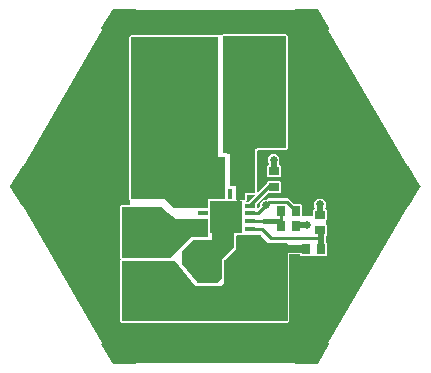
<source format=gbr>
G04 EAGLE Gerber RS-274X export*
G75*
%MOMM*%
%FSLAX34Y34*%
%LPD*%
%INTop Copper*%
%IPPOS*%
%AMOC8*
5,1,8,0,0,1.08239X$1,22.5*%
G01*
%ADD10C,1.000000*%
%ADD11R,1.100000X1.000000*%
%ADD12C,2.600000*%
%ADD13R,2.600000X2.600000*%
%ADD14R,1.900000X3.400000*%
%ADD15R,0.850000X0.350000*%
%ADD16R,0.350000X0.850000*%
%ADD17R,2.700000X2.700000*%
%ADD18R,1.700000X2.000000*%
%ADD19R,1.600000X2.700000*%
%ADD20R,0.900000X0.700000*%
%ADD21R,0.700000X0.900000*%
%ADD22C,0.660400*%
%ADD23C,0.508000*%
%ADD24C,0.381000*%
%ADD25C,0.254000*%
%ADD26C,0.635000*%
%ADD27C,0.304800*%

G36*
X278630Y195708D02*
X278630Y195708D01*
X278658Y195706D01*
X278726Y195728D01*
X278797Y195742D01*
X278820Y195758D01*
X278847Y195767D01*
X278902Y195814D01*
X278961Y195855D01*
X278976Y195879D01*
X278998Y195897D01*
X279029Y195962D01*
X279068Y196022D01*
X279073Y196050D01*
X279085Y196076D01*
X279094Y196177D01*
X279101Y196219D01*
X279099Y196229D01*
X279100Y196242D01*
X279043Y196957D01*
X413361Y196957D01*
X413304Y196242D01*
X413308Y196213D01*
X413303Y196185D01*
X413320Y196116D01*
X413328Y196044D01*
X413343Y196020D01*
X413349Y195992D01*
X413392Y195934D01*
X413428Y195872D01*
X413450Y195855D01*
X413467Y195832D01*
X413529Y195795D01*
X413586Y195752D01*
X413614Y195745D01*
X413638Y195730D01*
X413738Y195714D01*
X413779Y195703D01*
X413789Y195705D01*
X413802Y195703D01*
X432802Y195703D01*
X432878Y195718D01*
X432956Y195727D01*
X432975Y195738D01*
X432997Y195742D01*
X433061Y195786D01*
X433129Y195825D01*
X433145Y195844D01*
X433161Y195855D01*
X433185Y195893D01*
X433235Y195953D01*
X442735Y212453D01*
X442744Y212480D01*
X442760Y212504D01*
X442775Y212574D01*
X442798Y212642D01*
X442795Y212670D01*
X442801Y212698D01*
X442788Y212769D01*
X442782Y212840D01*
X442769Y212865D01*
X442763Y212893D01*
X442723Y212953D01*
X442690Y213016D01*
X442668Y213034D01*
X442652Y213058D01*
X442569Y213116D01*
X442537Y213143D01*
X442526Y213146D01*
X442516Y213153D01*
X441888Y213450D01*
X509010Y329711D01*
X509618Y329291D01*
X509645Y329280D01*
X509667Y329261D01*
X509736Y329241D01*
X509801Y329213D01*
X509830Y329213D01*
X509858Y329205D01*
X509929Y329213D01*
X510000Y329213D01*
X510027Y329224D01*
X510056Y329227D01*
X510118Y329262D01*
X510183Y329290D01*
X510204Y329310D01*
X510229Y329325D01*
X510292Y329402D01*
X510322Y329432D01*
X510326Y329442D01*
X510335Y329453D01*
X519835Y345953D01*
X519845Y345985D01*
X519854Y345998D01*
X519858Y346022D01*
X519859Y346026D01*
X519890Y346096D01*
X519890Y346120D01*
X519898Y346142D01*
X519892Y346218D01*
X519893Y346295D01*
X519883Y346319D01*
X519882Y346340D01*
X519861Y346379D01*
X519835Y346451D01*
X510335Y362951D01*
X510316Y362973D01*
X510303Y362999D01*
X510250Y363047D01*
X510203Y363100D01*
X510177Y363113D01*
X510156Y363132D01*
X510088Y363155D01*
X510024Y363186D01*
X509995Y363188D01*
X509968Y363197D01*
X509896Y363192D01*
X509825Y363195D01*
X509798Y363185D01*
X509769Y363183D01*
X509679Y363141D01*
X509639Y363126D01*
X509631Y363119D01*
X509618Y363113D01*
X509010Y362693D01*
X441888Y478954D01*
X442516Y479251D01*
X442538Y479268D01*
X442565Y479278D01*
X442617Y479327D01*
X442675Y479370D01*
X442689Y479395D01*
X442710Y479414D01*
X442739Y479480D01*
X442775Y479542D01*
X442778Y479570D01*
X442790Y479596D01*
X442791Y479668D01*
X442800Y479739D01*
X442792Y479766D01*
X442793Y479795D01*
X442757Y479890D01*
X442746Y479930D01*
X442739Y479939D01*
X442735Y479951D01*
X433235Y496451D01*
X433183Y496510D01*
X433137Y496572D01*
X433118Y496583D01*
X433103Y496600D01*
X433033Y496634D01*
X432966Y496674D01*
X432942Y496678D01*
X432924Y496686D01*
X432879Y496688D01*
X432802Y496701D01*
X413802Y496701D01*
X413774Y496696D01*
X413746Y496698D01*
X413678Y496676D01*
X413607Y496662D01*
X413584Y496646D01*
X413557Y496637D01*
X413502Y496590D01*
X413443Y496549D01*
X413428Y496525D01*
X413407Y496507D01*
X413375Y496442D01*
X413336Y496382D01*
X413331Y496354D01*
X413319Y496328D01*
X413310Y496227D01*
X413303Y496185D01*
X413305Y496175D01*
X413304Y496162D01*
X413361Y495447D01*
X279043Y495447D01*
X279100Y496162D01*
X279096Y496191D01*
X279101Y496219D01*
X279084Y496288D01*
X279076Y496360D01*
X279062Y496384D01*
X279055Y496412D01*
X279012Y496470D01*
X278977Y496532D01*
X278954Y496549D01*
X278937Y496572D01*
X278875Y496609D01*
X278818Y496652D01*
X278790Y496659D01*
X278766Y496674D01*
X278666Y496690D01*
X278625Y496701D01*
X278615Y496699D01*
X278602Y496701D01*
X259602Y496701D01*
X259526Y496686D01*
X259448Y496677D01*
X259429Y496666D01*
X259407Y496662D01*
X259343Y496618D01*
X259275Y496579D01*
X259259Y496560D01*
X259243Y496549D01*
X259219Y496511D01*
X259169Y496451D01*
X249669Y479951D01*
X249660Y479924D01*
X249644Y479900D01*
X249629Y479830D01*
X249606Y479762D01*
X249609Y479734D01*
X249603Y479706D01*
X249617Y479636D01*
X249622Y479564D01*
X249635Y479539D01*
X249641Y479511D01*
X249681Y479451D01*
X249714Y479388D01*
X249736Y479370D01*
X249752Y479346D01*
X249835Y479288D01*
X249867Y479261D01*
X249878Y479258D01*
X249889Y479251D01*
X250516Y478954D01*
X183394Y362693D01*
X182786Y363113D01*
X182759Y363124D01*
X182737Y363143D01*
X182668Y363163D01*
X182603Y363191D01*
X182574Y363191D01*
X182546Y363199D01*
X182475Y363191D01*
X182404Y363192D01*
X182377Y363180D01*
X182348Y363177D01*
X182286Y363142D01*
X182221Y363114D01*
X182200Y363094D01*
X182175Y363079D01*
X182112Y363002D01*
X182082Y362972D01*
X182078Y362962D01*
X182069Y362951D01*
X172569Y346451D01*
X172545Y346378D01*
X172514Y346308D01*
X172514Y346284D01*
X172506Y346262D01*
X172513Y346186D01*
X172512Y346109D01*
X172521Y346085D01*
X172522Y346064D01*
X172543Y346025D01*
X172562Y345973D01*
X172563Y345967D01*
X172565Y345965D01*
X172569Y345953D01*
X182069Y329453D01*
X182088Y329431D01*
X182101Y329405D01*
X182154Y329357D01*
X182201Y329304D01*
X182227Y329291D01*
X182249Y329272D01*
X182316Y329249D01*
X182380Y329218D01*
X182409Y329217D01*
X182436Y329207D01*
X182508Y329212D01*
X182579Y329209D01*
X182606Y329219D01*
X182635Y329221D01*
X182725Y329263D01*
X182765Y329278D01*
X182773Y329285D01*
X182786Y329291D01*
X183394Y329711D01*
X250516Y213450D01*
X249889Y213153D01*
X249866Y213136D01*
X249839Y213126D01*
X249787Y213077D01*
X249729Y213034D01*
X249715Y213009D01*
X249694Y212990D01*
X249665Y212924D01*
X249629Y212862D01*
X249626Y212834D01*
X249614Y212808D01*
X249613Y212736D01*
X249604Y212665D01*
X249612Y212638D01*
X249612Y212609D01*
X249647Y212514D01*
X249658Y212474D01*
X249665Y212465D01*
X249669Y212453D01*
X259169Y195953D01*
X259221Y195895D01*
X259267Y195832D01*
X259286Y195821D01*
X259301Y195804D01*
X259371Y195770D01*
X259438Y195730D01*
X259463Y195726D01*
X259480Y195718D01*
X259525Y195716D01*
X259602Y195703D01*
X278602Y195703D01*
X278630Y195708D01*
G37*
%LPC*%
G36*
X267224Y230504D02*
X267224Y230504D01*
X265810Y231918D01*
X265810Y283448D01*
X266580Y284218D01*
X266581Y284233D01*
X266580Y284233D01*
X266580Y284234D01*
X265302Y285512D01*
X265302Y329168D01*
X266716Y330582D01*
X273672Y330582D01*
X273684Y330592D01*
X273683Y330593D01*
X273684Y330594D01*
X273684Y334273D01*
X274059Y334648D01*
X274060Y334649D01*
X274060Y334653D01*
X274062Y334654D01*
X274064Y334656D01*
X274061Y334660D01*
X274061Y334665D01*
X274060Y334665D01*
X274060Y334666D01*
X273430Y335296D01*
X273430Y472932D01*
X274844Y474346D01*
X348472Y474346D01*
X348721Y474097D01*
X348737Y474096D01*
X348737Y474097D01*
X348738Y474097D01*
X348987Y474346D01*
X352055Y474346D01*
X352059Y474349D01*
X352064Y474349D01*
X352568Y474854D01*
X406384Y474854D01*
X407798Y473440D01*
X407798Y378476D01*
X406384Y377062D01*
X382369Y377062D01*
X382365Y377059D01*
X382361Y377059D01*
X381385Y376083D01*
X381385Y376078D01*
X381382Y376075D01*
X381382Y340376D01*
X379968Y338962D01*
X372758Y338962D01*
X372746Y338952D01*
X372747Y338951D01*
X372746Y338950D01*
X372746Y334788D01*
X371332Y333374D01*
X370537Y333374D01*
X370525Y333364D01*
X370526Y333363D01*
X370525Y333362D01*
X370525Y333037D01*
X370535Y333025D01*
X370536Y333026D01*
X370537Y333025D01*
X374208Y333025D01*
X374212Y333028D01*
X374217Y333028D01*
X388290Y347101D01*
X389678Y348489D01*
X389678Y348495D01*
X389681Y348498D01*
X389681Y349974D01*
X390574Y350867D01*
X400838Y350867D01*
X401731Y349974D01*
X401731Y341710D01*
X400838Y340817D01*
X390634Y340817D01*
X390629Y340814D01*
X390625Y340814D01*
X381028Y331217D01*
X381028Y331211D01*
X381025Y331208D01*
X381025Y327368D01*
X380165Y326508D01*
X380164Y326505D01*
X380164Y326504D01*
X380164Y326503D01*
X380164Y326493D01*
X380165Y326493D01*
X380165Y326492D01*
X380608Y326048D01*
X380614Y326048D01*
X380616Y326045D01*
X380761Y326045D01*
X380766Y326048D01*
X380770Y326048D01*
X384298Y329576D01*
X384298Y329580D01*
X384299Y329581D01*
X384298Y329582D01*
X384301Y329585D01*
X384301Y332199D01*
X387129Y335027D01*
X389743Y335027D01*
X389748Y335030D01*
X389752Y335030D01*
X390764Y336043D01*
X407812Y336043D01*
X410429Y333425D01*
X410435Y333425D01*
X410437Y333422D01*
X410484Y333420D01*
X411245Y332609D01*
X411246Y332609D01*
X412033Y331822D01*
X412033Y331774D01*
X412036Y331770D01*
X412036Y331766D01*
X412495Y331276D01*
X412501Y331276D01*
X412504Y331273D01*
X418450Y331273D01*
X419343Y330380D01*
X419343Y320688D01*
X419353Y320676D01*
X419354Y320677D01*
X419355Y320676D01*
X428545Y320676D01*
X428557Y320686D01*
X428557Y320687D01*
X428557Y320688D01*
X428557Y326398D01*
X429450Y327291D01*
X430517Y327291D01*
X430529Y327301D01*
X430528Y327302D01*
X430529Y327303D01*
X430529Y328196D01*
X430526Y328200D01*
X430526Y328204D01*
X429767Y328963D01*
X429767Y332961D01*
X432595Y335789D01*
X436593Y335789D01*
X439421Y332961D01*
X439421Y328963D01*
X438662Y328204D01*
X438662Y328200D01*
X438661Y328199D01*
X438661Y328198D01*
X438659Y328196D01*
X438659Y327303D01*
X438669Y327291D01*
X438670Y327292D01*
X438671Y327291D01*
X439714Y327291D01*
X440607Y326398D01*
X440607Y318134D01*
X440059Y317587D01*
X440059Y317581D01*
X440056Y317578D01*
X440056Y313954D01*
X440059Y313949D01*
X440059Y313945D01*
X440607Y313398D01*
X440607Y305134D01*
X440038Y304566D01*
X440038Y304560D01*
X440035Y304557D01*
X440035Y299361D01*
X440045Y299349D01*
X440046Y299350D01*
X440047Y299349D01*
X440102Y299349D01*
X440995Y298456D01*
X440995Y288192D01*
X440102Y287299D01*
X431838Y287299D01*
X431487Y287651D01*
X431481Y287651D01*
X431478Y287654D01*
X427462Y287654D01*
X427457Y287651D01*
X427453Y287651D01*
X427102Y287299D01*
X418838Y287299D01*
X417945Y288192D01*
X417945Y288612D01*
X417935Y288624D01*
X417934Y288623D01*
X417933Y288624D01*
X408826Y288624D01*
X408814Y288614D01*
X408815Y288613D01*
X408814Y288612D01*
X408814Y231918D01*
X407400Y230504D01*
X267224Y230504D01*
G37*
%LPD*%
G36*
X339192Y327803D02*
X339192Y327803D01*
X339294Y327811D01*
X339322Y327823D01*
X339353Y327828D01*
X339445Y327872D01*
X339541Y327910D01*
X339564Y327930D01*
X339592Y327943D01*
X339667Y328013D01*
X339747Y328078D01*
X339764Y328104D01*
X339786Y328125D01*
X339837Y328214D01*
X339894Y328299D01*
X339900Y328323D01*
X339918Y328355D01*
X339976Y328615D01*
X339973Y328653D01*
X339978Y328676D01*
X339978Y335408D01*
X353314Y335408D01*
X353335Y335411D01*
X353356Y335409D01*
X353466Y335431D01*
X353577Y335448D01*
X353596Y335457D01*
X353616Y335461D01*
X353655Y335485D01*
X353816Y335563D01*
X353899Y335640D01*
X353942Y335668D01*
X354450Y336176D01*
X354463Y336193D01*
X354479Y336206D01*
X354541Y336300D01*
X354608Y336390D01*
X354615Y336410D01*
X354626Y336427D01*
X354636Y336472D01*
X354695Y336641D01*
X354699Y336754D01*
X354710Y336804D01*
X354710Y369824D01*
X354695Y369926D01*
X354687Y370028D01*
X354675Y370056D01*
X354670Y370087D01*
X354626Y370179D01*
X354588Y370275D01*
X354568Y370298D01*
X354555Y370326D01*
X354485Y370401D01*
X354420Y370481D01*
X354394Y370498D01*
X354373Y370520D01*
X354284Y370571D01*
X354199Y370628D01*
X354175Y370634D01*
X354143Y370652D01*
X353883Y370710D01*
X353845Y370707D01*
X353822Y370712D01*
X348360Y370712D01*
X348360Y471932D01*
X348345Y472034D01*
X348337Y472136D01*
X348325Y472164D01*
X348320Y472195D01*
X348276Y472287D01*
X348238Y472383D01*
X348218Y472406D01*
X348205Y472434D01*
X348135Y472509D01*
X348070Y472589D01*
X348044Y472606D01*
X348023Y472628D01*
X347934Y472679D01*
X347849Y472736D01*
X347825Y472742D01*
X347793Y472760D01*
X347533Y472818D01*
X347495Y472815D01*
X347472Y472820D01*
X275844Y472820D01*
X275742Y472805D01*
X275640Y472797D01*
X275612Y472785D01*
X275581Y472780D01*
X275489Y472736D01*
X275393Y472698D01*
X275370Y472678D01*
X275342Y472665D01*
X275267Y472595D01*
X275187Y472530D01*
X275170Y472504D01*
X275148Y472483D01*
X275097Y472394D01*
X275040Y472309D01*
X275034Y472285D01*
X275016Y472253D01*
X274958Y471993D01*
X274961Y471955D01*
X274956Y471932D01*
X274956Y336296D01*
X274971Y336194D01*
X274979Y336092D01*
X274991Y336064D01*
X274996Y336033D01*
X275040Y335941D01*
X275078Y335845D01*
X275098Y335822D01*
X275111Y335794D01*
X275181Y335719D01*
X275246Y335639D01*
X275272Y335622D01*
X275293Y335600D01*
X275382Y335549D01*
X275467Y335492D01*
X275491Y335486D01*
X275523Y335468D01*
X275783Y335410D01*
X275821Y335413D01*
X275844Y335408D01*
X303179Y335408D01*
X311051Y328028D01*
X311056Y328024D01*
X311060Y328019D01*
X311167Y327948D01*
X311269Y327877D01*
X311276Y327875D01*
X311281Y327872D01*
X311303Y327867D01*
X311523Y327798D01*
X311613Y327798D01*
X311658Y327788D01*
X339090Y327788D01*
X339192Y327803D01*
G37*
G36*
X406502Y232045D02*
X406502Y232045D01*
X406604Y232053D01*
X406632Y232065D01*
X406663Y232070D01*
X406755Y232114D01*
X406851Y232152D01*
X406874Y232172D01*
X406902Y232185D01*
X406977Y232255D01*
X407057Y232320D01*
X407074Y232346D01*
X407096Y232367D01*
X407147Y232456D01*
X407204Y232541D01*
X407210Y232565D01*
X407228Y232597D01*
X407286Y232857D01*
X407283Y232895D01*
X407288Y232918D01*
X407288Y297180D01*
X407273Y297282D01*
X407265Y297384D01*
X407253Y297412D01*
X407248Y297443D01*
X407204Y297535D01*
X407166Y297631D01*
X407146Y297654D01*
X407133Y297682D01*
X407063Y297757D01*
X406998Y297837D01*
X406972Y297854D01*
X406951Y297876D01*
X406862Y297927D01*
X406777Y297984D01*
X406753Y297990D01*
X406721Y298008D01*
X406461Y298066D01*
X406423Y298063D01*
X406400Y298068D01*
X391020Y298068D01*
X384676Y304412D01*
X384659Y304425D01*
X384646Y304441D01*
X384552Y304503D01*
X384462Y304570D01*
X384442Y304577D01*
X384425Y304588D01*
X384380Y304598D01*
X384211Y304657D01*
X384098Y304661D01*
X384048Y304672D01*
X364490Y304672D01*
X364388Y304657D01*
X364286Y304649D01*
X364258Y304637D01*
X364227Y304632D01*
X364135Y304588D01*
X364039Y304550D01*
X364016Y304530D01*
X363988Y304517D01*
X363913Y304447D01*
X363833Y304382D01*
X363816Y304356D01*
X363794Y304335D01*
X363743Y304246D01*
X363686Y304161D01*
X363680Y304137D01*
X363662Y304105D01*
X363604Y303845D01*
X363607Y303807D01*
X363602Y303784D01*
X363602Y292496D01*
X353991Y283871D01*
X353962Y283836D01*
X353927Y283808D01*
X353878Y283734D01*
X353822Y283666D01*
X353805Y283624D01*
X353780Y283587D01*
X353768Y283535D01*
X353721Y283420D01*
X353707Y283259D01*
X353696Y283210D01*
X353696Y264782D01*
X351168Y262254D01*
X328589Y262254D01*
X311583Y283011D01*
X311535Y283054D01*
X311494Y283105D01*
X311437Y283143D01*
X311386Y283189D01*
X311327Y283216D01*
X311273Y283252D01*
X311227Y283263D01*
X311145Y283301D01*
X310920Y283331D01*
X310896Y283336D01*
X268224Y283336D01*
X268122Y283321D01*
X268020Y283313D01*
X267992Y283301D01*
X267961Y283296D01*
X267869Y283252D01*
X267773Y283214D01*
X267750Y283194D01*
X267722Y283181D01*
X267647Y283111D01*
X267567Y283046D01*
X267550Y283020D01*
X267528Y282999D01*
X267477Y282910D01*
X267420Y282825D01*
X267414Y282801D01*
X267396Y282769D01*
X267338Y282509D01*
X267341Y282471D01*
X267336Y282448D01*
X267336Y232918D01*
X267351Y232816D01*
X267359Y232714D01*
X267371Y232686D01*
X267376Y232655D01*
X267420Y232563D01*
X267458Y232467D01*
X267478Y232444D01*
X267491Y232416D01*
X267561Y232341D01*
X267626Y232261D01*
X267652Y232244D01*
X267673Y232222D01*
X267762Y232171D01*
X267847Y232114D01*
X267871Y232108D01*
X267903Y232090D01*
X268163Y232032D01*
X268201Y232035D01*
X268224Y232030D01*
X406400Y232030D01*
X406502Y232045D01*
G37*
G36*
X370434Y334915D02*
X370434Y334915D01*
X370536Y334923D01*
X370564Y334935D01*
X370595Y334940D01*
X370687Y334984D01*
X370783Y335022D01*
X370806Y335042D01*
X370834Y335055D01*
X370909Y335125D01*
X370989Y335190D01*
X371006Y335216D01*
X371028Y335237D01*
X371079Y335326D01*
X371136Y335411D01*
X371142Y335435D01*
X371160Y335467D01*
X371218Y335727D01*
X371215Y335765D01*
X371220Y335788D01*
X371220Y340488D01*
X378968Y340488D01*
X379070Y340503D01*
X379172Y340511D01*
X379200Y340523D01*
X379231Y340528D01*
X379323Y340572D01*
X379419Y340610D01*
X379442Y340630D01*
X379470Y340643D01*
X379545Y340713D01*
X379625Y340778D01*
X379642Y340804D01*
X379664Y340825D01*
X379715Y340914D01*
X379772Y340999D01*
X379778Y341023D01*
X379796Y341055D01*
X379854Y341315D01*
X379851Y341353D01*
X379856Y341376D01*
X379856Y378588D01*
X405384Y378588D01*
X405486Y378603D01*
X405588Y378611D01*
X405616Y378623D01*
X405647Y378628D01*
X405739Y378672D01*
X405835Y378710D01*
X405858Y378730D01*
X405886Y378743D01*
X405961Y378813D01*
X406041Y378878D01*
X406058Y378904D01*
X406080Y378925D01*
X406131Y379014D01*
X406188Y379099D01*
X406194Y379123D01*
X406212Y379155D01*
X406270Y379415D01*
X406267Y379453D01*
X406272Y379476D01*
X406272Y472440D01*
X406257Y472542D01*
X406249Y472644D01*
X406237Y472672D01*
X406232Y472703D01*
X406188Y472795D01*
X406150Y472891D01*
X406130Y472914D01*
X406117Y472942D01*
X406047Y473017D01*
X405982Y473097D01*
X405956Y473114D01*
X405935Y473136D01*
X405846Y473187D01*
X405761Y473244D01*
X405737Y473250D01*
X405705Y473268D01*
X405445Y473326D01*
X405407Y473323D01*
X405384Y473328D01*
X353568Y473328D01*
X353466Y473313D01*
X353364Y473305D01*
X353336Y473293D01*
X353305Y473288D01*
X353213Y473244D01*
X353117Y473206D01*
X353094Y473186D01*
X353066Y473173D01*
X352991Y473103D01*
X352911Y473038D01*
X352894Y473012D01*
X352872Y472991D01*
X352821Y472902D01*
X352764Y472817D01*
X352758Y472793D01*
X352740Y472761D01*
X352682Y472501D01*
X352685Y472463D01*
X352680Y472440D01*
X352680Y374904D01*
X352695Y374802D01*
X352703Y374700D01*
X352715Y374672D01*
X352720Y374641D01*
X352764Y374549D01*
X352802Y374453D01*
X352822Y374430D01*
X352835Y374402D01*
X352905Y374327D01*
X352970Y374247D01*
X352996Y374230D01*
X353017Y374208D01*
X353106Y374157D01*
X353191Y374100D01*
X353215Y374094D01*
X353247Y374076D01*
X353507Y374018D01*
X353545Y374021D01*
X353568Y374016D01*
X358268Y374016D01*
X358268Y347472D01*
X358283Y347370D01*
X358291Y347268D01*
X358303Y347240D01*
X358308Y347209D01*
X358352Y347117D01*
X358390Y347021D01*
X358410Y346998D01*
X358423Y346970D01*
X358493Y346895D01*
X358558Y346815D01*
X358584Y346798D01*
X358605Y346776D01*
X358694Y346725D01*
X358779Y346668D01*
X358803Y346662D01*
X358835Y346644D01*
X359095Y346586D01*
X359133Y346589D01*
X359156Y346584D01*
X363348Y346584D01*
X363348Y335788D01*
X363363Y335686D01*
X363371Y335584D01*
X363383Y335556D01*
X363388Y335525D01*
X363432Y335433D01*
X363470Y335337D01*
X363490Y335314D01*
X363503Y335286D01*
X363573Y335211D01*
X363638Y335131D01*
X363664Y335114D01*
X363685Y335092D01*
X363774Y335041D01*
X363859Y334984D01*
X363883Y334978D01*
X363915Y334960D01*
X364175Y334902D01*
X364213Y334905D01*
X364236Y334900D01*
X370332Y334900D01*
X370434Y334915D01*
G37*
G36*
X307107Y285627D02*
X307107Y285627D01*
X307128Y285625D01*
X307238Y285647D01*
X307349Y285664D01*
X307368Y285673D01*
X307388Y285677D01*
X307427Y285701D01*
X307588Y285779D01*
X307671Y285856D01*
X307714Y285884D01*
X325234Y303404D01*
X339090Y303404D01*
X339192Y303419D01*
X339294Y303427D01*
X339322Y303439D01*
X339353Y303444D01*
X339445Y303488D01*
X339541Y303526D01*
X339564Y303546D01*
X339592Y303559D01*
X339667Y303629D01*
X339747Y303694D01*
X339764Y303720D01*
X339786Y303741D01*
X339837Y303830D01*
X339894Y303915D01*
X339900Y303939D01*
X339918Y303971D01*
X339976Y304231D01*
X339973Y304269D01*
X339978Y304292D01*
X339978Y318008D01*
X339963Y318110D01*
X339955Y318212D01*
X339943Y318240D01*
X339938Y318271D01*
X339894Y318363D01*
X339856Y318459D01*
X339836Y318482D01*
X339823Y318510D01*
X339753Y318585D01*
X339688Y318665D01*
X339662Y318682D01*
X339641Y318704D01*
X339552Y318755D01*
X339467Y318812D01*
X339443Y318818D01*
X339411Y318836D01*
X339151Y318894D01*
X339113Y318891D01*
X339090Y318896D01*
X313213Y318896D01*
X306352Y323797D01*
X300021Y328862D01*
X299930Y328914D01*
X299843Y328972D01*
X299821Y328977D01*
X299791Y328995D01*
X299532Y329054D01*
X299491Y329051D01*
X299466Y329056D01*
X267716Y329056D01*
X267614Y329041D01*
X267512Y329033D01*
X267484Y329021D01*
X267453Y329016D01*
X267361Y328972D01*
X267265Y328934D01*
X267242Y328914D01*
X267214Y328901D01*
X267139Y328831D01*
X267059Y328766D01*
X267042Y328740D01*
X267020Y328719D01*
X266969Y328630D01*
X266912Y328545D01*
X266906Y328521D01*
X266888Y328489D01*
X266830Y328229D01*
X266833Y328191D01*
X266828Y328168D01*
X266828Y286512D01*
X266843Y286410D01*
X266851Y286308D01*
X266863Y286280D01*
X266868Y286249D01*
X266912Y286157D01*
X266950Y286061D01*
X266970Y286038D01*
X266983Y286010D01*
X267053Y285935D01*
X267118Y285855D01*
X267144Y285838D01*
X267165Y285816D01*
X267254Y285765D01*
X267339Y285708D01*
X267363Y285702D01*
X267395Y285684D01*
X267655Y285626D01*
X267693Y285629D01*
X267716Y285624D01*
X307086Y285624D01*
X307107Y285627D01*
G37*
G36*
X348001Y264545D02*
X348001Y264545D01*
X348022Y264543D01*
X348132Y264565D01*
X348243Y264582D01*
X348262Y264591D01*
X348282Y264595D01*
X348321Y264619D01*
X348482Y264697D01*
X348565Y264774D01*
X348608Y264802D01*
X351148Y267342D01*
X351161Y267359D01*
X351177Y267372D01*
X351239Y267466D01*
X351306Y267556D01*
X351313Y267576D01*
X351324Y267593D01*
X351334Y267638D01*
X351393Y267807D01*
X351397Y267920D01*
X351408Y267970D01*
X351408Y284112D01*
X361308Y294012D01*
X361321Y294029D01*
X361337Y294042D01*
X361399Y294136D01*
X361466Y294226D01*
X361473Y294246D01*
X361484Y294263D01*
X361494Y294308D01*
X361553Y294477D01*
X361557Y294590D01*
X361568Y294640D01*
X361568Y307340D01*
X361553Y307442D01*
X361545Y307544D01*
X361533Y307572D01*
X361528Y307603D01*
X361484Y307695D01*
X361446Y307791D01*
X361426Y307814D01*
X361413Y307842D01*
X361343Y307917D01*
X361278Y307997D01*
X361252Y308014D01*
X361231Y308036D01*
X361142Y308087D01*
X361057Y308144D01*
X361033Y308150D01*
X361001Y308168D01*
X360741Y308226D01*
X360703Y308223D01*
X360680Y308228D01*
X344170Y308228D01*
X344068Y308213D01*
X343966Y308205D01*
X343938Y308193D01*
X343907Y308188D01*
X343815Y308144D01*
X343719Y308106D01*
X343696Y308086D01*
X343668Y308073D01*
X343593Y308003D01*
X343513Y307938D01*
X343496Y307912D01*
X343474Y307891D01*
X343423Y307802D01*
X343366Y307717D01*
X343360Y307693D01*
X343342Y307661D01*
X343284Y307401D01*
X343287Y307363D01*
X343282Y307340D01*
X343282Y300608D01*
X327660Y300608D01*
X327639Y300605D01*
X327618Y300607D01*
X327508Y300585D01*
X327397Y300568D01*
X327378Y300559D01*
X327358Y300555D01*
X327319Y300531D01*
X327158Y300453D01*
X327075Y300376D01*
X327032Y300348D01*
X318142Y291458D01*
X318129Y291441D01*
X318113Y291428D01*
X318051Y291334D01*
X317984Y291244D01*
X317977Y291224D01*
X317966Y291207D01*
X317956Y291162D01*
X317897Y290993D01*
X317893Y290880D01*
X317882Y290830D01*
X317882Y280670D01*
X317899Y280558D01*
X317911Y280445D01*
X317918Y280431D01*
X317922Y280407D01*
X318037Y280168D01*
X318073Y280129D01*
X318088Y280101D01*
X330788Y264861D01*
X330833Y264821D01*
X330872Y264773D01*
X330932Y264733D01*
X330986Y264685D01*
X331042Y264660D01*
X331093Y264626D01*
X331141Y264615D01*
X331229Y264575D01*
X331438Y264549D01*
X331470Y264542D01*
X347980Y264542D01*
X348001Y264545D01*
G37*
%LPC*%
G36*
X390574Y353817D02*
X390574Y353817D01*
X389681Y354710D01*
X389681Y362974D01*
X390574Y363867D01*
X391629Y363867D01*
X391641Y363877D01*
X391641Y363878D01*
X391641Y363879D01*
X391641Y365814D01*
X391638Y365818D01*
X391638Y365822D01*
X390651Y366809D01*
X390651Y370807D01*
X393479Y373635D01*
X397477Y373635D01*
X400305Y370807D01*
X400305Y366809D01*
X399774Y366278D01*
X399774Y366273D01*
X399771Y366270D01*
X399771Y363879D01*
X399781Y363867D01*
X399782Y363868D01*
X399783Y363867D01*
X400838Y363867D01*
X401731Y362974D01*
X401731Y354710D01*
X400838Y353817D01*
X390574Y353817D01*
G37*
%LPD*%
D10*
X428802Y489302D03*
X511402Y346202D03*
X428802Y203102D03*
X263602Y203102D03*
X181002Y346202D03*
X263602Y489302D03*
D11*
X348752Y360232D03*
X365752Y360232D03*
D12*
X319600Y448500D03*
D13*
X370400Y448500D03*
D14*
X438524Y264118D03*
X388524Y264118D03*
D15*
X335750Y329750D03*
X335750Y323250D03*
X335750Y316750D03*
X335750Y310250D03*
D16*
X345750Y300250D03*
X352250Y300250D03*
X358750Y300250D03*
X365250Y300250D03*
D15*
X375250Y310250D03*
X375250Y316750D03*
X375250Y323250D03*
X375250Y329750D03*
D16*
X365250Y339750D03*
X358750Y339750D03*
X352250Y339750D03*
X345750Y339750D03*
D17*
X355500Y320000D03*
D11*
X362000Y273000D03*
X345000Y273000D03*
D18*
X287008Y253476D03*
X287008Y313476D03*
D19*
X336020Y387048D03*
X364020Y387048D03*
D20*
X434582Y322266D03*
X434582Y309266D03*
D21*
X435970Y293324D03*
X422970Y293324D03*
D20*
X395706Y345842D03*
X395706Y358842D03*
D21*
X401318Y312578D03*
X414318Y312578D03*
X401318Y325248D03*
X414318Y325248D03*
D22*
X345694Y328168D03*
X355346Y328168D03*
X365252Y328422D03*
X345694Y312420D03*
X355600Y312420D03*
X365252Y312420D03*
X350520Y288290D03*
X337058Y284988D03*
X372872Y347726D03*
X394208Y401574D03*
X378968Y380492D03*
X378968Y396494D03*
X392430Y388112D03*
X397510Y432054D03*
X373126Y408940D03*
X390652Y415544D03*
X374650Y423926D03*
X360934Y417576D03*
X331470Y272542D03*
X329438Y294640D03*
D23*
X370576Y380492D02*
X378968Y380492D01*
X370576Y380492D02*
X364020Y387048D01*
D24*
X369162Y343662D02*
X365250Y339750D01*
X369162Y343662D02*
X372872Y347726D01*
X352250Y300250D02*
X352250Y290020D01*
X350520Y288290D01*
X345750Y293680D02*
X345750Y300250D01*
X345750Y293680D02*
X337058Y284988D01*
X352250Y300250D02*
X358750Y300250D01*
X345750Y300250D02*
X345694Y300306D01*
X345694Y312420D01*
D22*
X423418Y313436D03*
D25*
X365252Y339748D02*
X365250Y339750D01*
X365252Y339748D02*
X365252Y328422D01*
D23*
X415176Y313436D02*
X423418Y313436D01*
X415176Y313436D02*
X414318Y312578D01*
D22*
X434594Y330962D03*
D24*
X344542Y272542D02*
X331470Y272542D01*
X344542Y272542D02*
X345000Y273000D01*
D23*
X434594Y322278D02*
X434594Y330962D01*
X434594Y322278D02*
X434582Y322266D01*
X395706Y358842D02*
X394014Y358842D01*
D22*
X395478Y368808D03*
X328422Y367030D03*
D23*
X341954Y367030D01*
X348752Y360232D01*
X395706Y358842D02*
X395706Y368580D01*
X395478Y368808D01*
D25*
X385456Y310250D02*
X375250Y310250D01*
X385456Y310250D02*
X392938Y302768D01*
X428244Y302768D01*
D23*
X435970Y303022D02*
X435970Y293324D01*
X435970Y303022D02*
X435970Y307878D01*
X434582Y309266D01*
D25*
X435716Y302768D02*
X428244Y302768D01*
X435716Y302768D02*
X435970Y303022D01*
X414318Y325248D02*
X409238Y330664D01*
X406654Y333248D01*
D22*
X389128Y330200D03*
D25*
X381924Y323250D02*
X375250Y323250D01*
X391922Y333248D02*
X406654Y333248D01*
X391922Y333248D02*
X381924Y323250D01*
D22*
X388874Y289306D03*
D25*
X391922Y332994D02*
X391922Y333248D01*
X391922Y332994D02*
X389128Y330200D01*
D26*
X392892Y293324D02*
X422970Y293324D01*
X392892Y293324D02*
X388874Y289306D01*
D27*
X375250Y329750D02*
X391342Y345842D01*
X395706Y345842D01*
D25*
X401318Y325248D02*
X401318Y315722D01*
X401318Y312578D01*
X387108Y316750D02*
X375250Y316750D01*
D24*
X387108Y316750D02*
X400290Y316750D01*
X401318Y315722D01*
M02*

</source>
